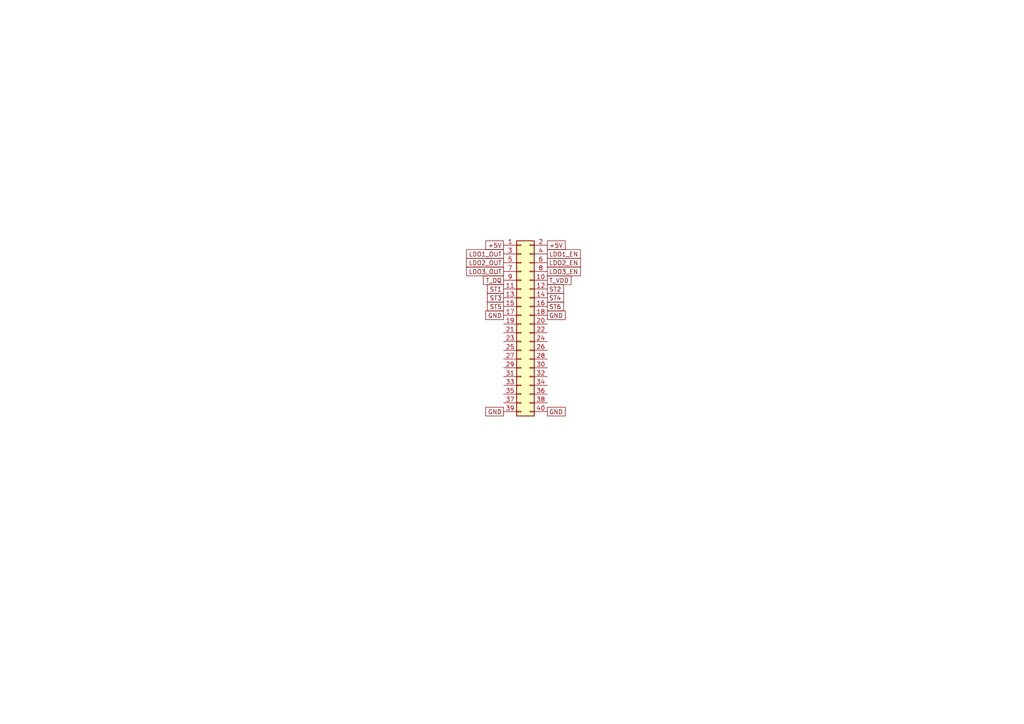
<source format=kicad_sch>
(kicad_sch (version 20250114) (generator "eeschema") (generator_version "9.0")
  (paper "A4")
  (lib_symbols
    (symbol "Connector_Generic:Conn_02x20_Odd_Even" (pin_names (offset 1.016) (hide yes))
      (property "Reference" "J" (at 1.27 25.4 0))
      (property "Value" "Conn_02x20_Odd_Even" (at 1.27 -27.94 0))
      (symbol "Conn_02x20_Odd_Even_1_1"
        (rectangle (start -1.27 24.13) (end 3.81 -26.67) (stroke (width 0.254)) (fill (type background)))
        (rectangle (start -1.27 22.987) (end 0 22.733) (stroke (width 0.1524)))
        (rectangle (start -1.27 20.447) (end 0 20.193) (stroke (width 0.1524)))
        (rectangle (start -1.27 17.907) (end 0 17.653) (stroke (width 0.1524)))
        (rectangle (start -1.27 15.367) (end 0 15.113) (stroke (width 0.1524)))
        (rectangle (start -1.27 12.827) (end 0 12.573) (stroke (width 0.1524)))
        (rectangle (start -1.27 10.287) (end 0 10.033) (stroke (width 0.1524)))
        (rectangle (start -1.27 7.747) (end 0 7.493) (stroke (width 0.1524)))
        (rectangle (start -1.27 5.207) (end 0 4.953) (stroke (width 0.1524)))
        (rectangle (start -1.27 2.667) (end 0 2.413) (stroke (width 0.1524)))
        (rectangle (start -1.27 0.127) (end 0 -0.127) (stroke (width 0.1524)))
        (rectangle (start -1.27 -2.413) (end 0 -2.667) (stroke (width 0.1524)))
        (rectangle (start -1.27 -4.953) (end 0 -5.207) (stroke (width 0.1524)))
        (rectangle (start -1.27 -7.493) (end 0 -7.747) (stroke (width 0.1524)))
        (rectangle (start -1.27 -10.033) (end 0 -10.287) (stroke (width 0.1524)))
        (rectangle (start -1.27 -12.573) (end 0 -12.827) (stroke (width 0.1524)))
        (rectangle (start -1.27 -15.113) (end 0 -15.367) (stroke (width 0.1524)))
        (rectangle (start -1.27 -17.653) (end 0 -17.907) (stroke (width 0.1524)))
        (rectangle (start -1.27 -20.193) (end 0 -20.447) (stroke (width 0.1524)))
        (rectangle (start -1.27 -22.733) (end 0 -22.987) (stroke (width 0.1524)))
        (rectangle (start -1.27 -25.273) (end 0 -25.527) (stroke (width 0.1524)))
        (rectangle (start 3.81 22.987) (end 2.54 22.733) (stroke (width 0.1524)))
        (rectangle (start 3.81 20.447) (end 2.54 20.193) (stroke (width 0.1524)))
        (rectangle (start 3.81 17.907) (end 2.54 17.653) (stroke (width 0.1524)))
        (rectangle (start 3.81 15.367) (end 2.54 15.113) (stroke (width 0.1524)))
        (rectangle (start 3.81 12.827) (end 2.54 12.573) (stroke (width 0.1524)))
        (rectangle (start 3.81 10.287) (end 2.54 10.033) (stroke (width 0.1524)))
        (rectangle (start 3.81 7.747) (end 2.54 7.493) (stroke (width 0.1524)))
        (rectangle (start 3.81 5.207) (end 2.54 4.953) (stroke (width 0.1524)))
        (rectangle (start 3.81 2.667) (end 2.54 2.413) (stroke (width 0.1524)))
        (rectangle (start 3.81 0.127) (end 2.54 -0.127) (stroke (width 0.1524)))
        (rectangle (start 3.81 -2.413) (end 2.54 -2.667) (stroke (width 0.1524)))
        (rectangle (start 3.81 -4.953) (end 2.54 -5.207) (stroke (width 0.1524)))
        (rectangle (start 3.81 -7.493) (end 2.54 -7.747) (stroke (width 0.1524)))
        (rectangle (start 3.81 -10.033) (end 2.54 -10.287) (stroke (width 0.1524)))
        (rectangle (start 3.81 -12.573) (end 2.54 -12.827) (stroke (width 0.1524)))
        (rectangle (start 3.81 -15.113) (end 2.54 -15.367) (stroke (width 0.1524)))
        (rectangle (start 3.81 -17.653) (end 2.54 -17.907) (stroke (width 0.1524)))
        (rectangle (start 3.81 -20.193) (end 2.54 -20.447) (stroke (width 0.1524)))
        (rectangle (start 3.81 -22.733) (end 2.54 -22.987) (stroke (width 0.1524)))
        (rectangle (start 3.81 -25.273) (end 2.54 -25.527) (stroke (width 0.1524)))
        (pin passive line (at -5.08 22.86 0) (length 3.81) (name "Pin_1") (number "1"))
        (pin passive line (at -5.08 20.32 0) (length 3.81) (name "Pin_3") (number "3"))
        (pin passive line (at -5.08 17.78 0) (length 3.81) (name "Pin_5") (number "5"))
        (pin passive line (at -5.08 15.24 0) (length 3.81) (name "Pin_7") (number "7"))
        (pin passive line (at -5.08 12.7 0) (length 3.81) (name "Pin_9") (number "9"))
        (pin passive line (at -5.08 10.16 0) (length 3.81) (name "Pin_11") (number "11"))
        (pin passive line (at -5.08 7.62 0) (length 3.81) (name "Pin_13") (number "13"))
        (pin passive line (at -5.08 5.08 0) (length 3.81) (name "Pin_15") (number "15"))
        (pin passive line (at -5.08 2.54 0) (length 3.81) (name "Pin_17") (number "17"))
        (pin passive line (at -5.08 0 0) (length 3.81) (name "Pin_19") (number "19"))
        (pin passive line (at -5.08 -2.54 0) (length 3.81) (name "Pin_21") (number "21"))
        (pin passive line (at -5.08 -5.08 0) (length 3.81) (name "Pin_23") (number "23"))
        (pin passive line (at -5.08 -7.62 0) (length 3.81) (name "Pin_25") (number "25"))
        (pin passive line (at -5.08 -10.16 0) (length 3.81) (name "Pin_27") (number "27"))
        (pin passive line (at -5.08 -12.7 0) (length 3.81) (name "Pin_29") (number "29"))
        (pin passive line (at -5.08 -15.24 0) (length 3.81) (name "Pin_31") (number "31"))
        (pin passive line (at -5.08 -17.78 0) (length 3.81) (name "Pin_33") (number "33"))
        (pin passive line (at -5.08 -20.32 0) (length 3.81) (name "Pin_35") (number "35"))
        (pin passive line (at -5.08 -22.86 0) (length 3.81) (name "Pin_37") (number "37"))
        (pin passive line (at -5.08 -25.4 0) (length 3.81) (name "Pin_39") (number "39"))
        (pin passive line (at 7.62 22.86 180) (length 3.81) (name "Pin_2") (number "2"))
        (pin passive line (at 7.62 20.32 180) (length 3.81) (name "Pin_4") (number "4"))
        (pin passive line (at 7.62 17.78 180) (length 3.81) (name "Pin_6") (number "6"))
        (pin passive line (at 7.62 15.24 180) (length 3.81) (name "Pin_8") (number "8"))
        (pin passive line (at 7.62 12.7 180) (length 3.81) (name "Pin_10") (number "10"))
        (pin passive line (at 7.62 10.16 180) (length 3.81) (name "Pin_12") (number "12"))
        (pin passive line (at 7.62 7.62 180) (length 3.81) (name "Pin_14") (number "14"))
        (pin passive line (at 7.62 5.08 180) (length 3.81) (name "Pin_16") (number "16"))
        (pin passive line (at 7.62 2.54 180) (length 3.81) (name "Pin_18") (number "18"))
        (pin passive line (at 7.62 0 180) (length 3.81) (name "Pin_20") (number "20"))
        (pin passive line (at 7.62 -2.54 180) (length 3.81) (name "Pin_22") (number "22"))
        (pin passive line (at 7.62 -5.08 180) (length 3.81) (name "Pin_24") (number "24"))
        (pin passive line (at 7.62 -7.62 180) (length 3.81) (name "Pin_26") (number "26"))
        (pin passive line (at 7.62 -10.16 180) (length 3.81) (name "Pin_28") (number "28"))
        (pin passive line (at 7.62 -12.7 180) (length 3.81) (name "Pin_30") (number "30"))
        (pin passive line (at 7.62 -15.24 180) (length 3.81) (name "Pin_32") (number "32"))
        (pin passive line (at 7.62 -17.78 180) (length 3.81) (name "Pin_34") (number "34"))
        (pin passive line (at 7.62 -20.32 180) (length 3.81) (name "Pin_36") (number "36"))
        (pin passive line (at 7.62 -22.86 180) (length 3.81) (name "Pin_38") (number "38"))
        (pin passive line (at 7.62 -25.4 180) (length 3.81) (name "Pin_40") (number "40"))
      )
    )
  )
  (global_label "T_VDD" (shape passive) (at 158.75 81.28 0) (property "Intersheetrefs" "${INTERSHEET_REFS}" (effects (hide yes))))
  (global_label "GND" (shape passive) (at 146.05 91.44 180) (property "Intersheetrefs" "${INTERSHEET_REFS}" (effects (hide yes))))
  (global_label "ST1" (shape passive) (at 146.05 83.82 180) (property "Intersheetrefs" "${INTERSHEET_REFS}" (effects (hide yes))))
  (global_label "T_DQ" (shape passive) (at 146.05 81.28 180) (property "Intersheetrefs" "${INTERSHEET_REFS}" (effects (hide yes))))
  (global_label "LDO1_EN" (shape passive) (at 158.75 73.66 0) (property "Intersheetrefs" "${INTERSHEET_REFS}" (effects (hide yes))))
  (global_label "ST6" (shape passive) (at 158.75 88.9 0) (property "Intersheetrefs" "${INTERSHEET_REFS}" (effects (hide yes))))
  (global_label "LDO3_OUT" (shape passive) (at 146.05 78.74 180) (property "Intersheetrefs" "${INTERSHEET_REFS}" (effects (hide yes))))
  (global_label "ST4" (shape passive) (at 158.75 86.36 0) (property "Intersheetrefs" "${INTERSHEET_REFS}" (effects (hide yes))))
  (global_label "LDO3_EN" (shape passive) (at 158.75 78.74 0) (property "Intersheetrefs" "${INTERSHEET_REFS}" (effects (hide yes))))
  (global_label "ST5" (shape passive) (at 146.05 88.9 180) (property "Intersheetrefs" "${INTERSHEET_REFS}" (effects (hide yes))))
  (global_label "LDO1_OUT" (shape passive) (at 146.05 73.66 180) (property "Intersheetrefs" "${INTERSHEET_REFS}" (effects (hide yes))))
  (global_label "GND" (shape passive) (at 146.05 119.38 180) (property "Intersheetrefs" "${INTERSHEET_REFS}" (effects (hide yes))))
  (global_label "+5V" (shape passive) (at 146.05 71.12 180) (property "Intersheetrefs" "${INTERSHEET_REFS}" (effects (hide yes))))
  (global_label "LDO2_OUT" (shape passive) (at 146.05 76.2 180) (property "Intersheetrefs" "${INTERSHEET_REFS}" (effects (hide yes))))
  (global_label "GND" (shape passive) (at 158.75 91.44 0) (property "Intersheetrefs" "${INTERSHEET_REFS}" (effects (hide yes))))
  (global_label "LDO2_EN" (shape passive) (at 158.75 76.2 0) (property "Intersheetrefs" "${INTERSHEET_REFS}" (effects (hide yes))))
  (global_label "ST3" (shape passive) (at 146.05 86.36 180) (property "Intersheetrefs" "${INTERSHEET_REFS}" (effects (hide yes))))
  (global_label "+5V" (shape passive) (at 158.75 71.12 0) (property "Intersheetrefs" "${INTERSHEET_REFS}" (effects (hide yes))))
  (global_label "GND" (shape passive) (at 158.75 119.38 0) (property "Intersheetrefs" "${INTERSHEET_REFS}" (effects (hide yes))))
  (global_label "ST2" (shape passive) (at 158.75 83.82 0) (property "Intersheetrefs" "${INTERSHEET_REFS}" (effects (hide yes))))
  (symbol (lib_id "Connector_Generic:Conn_02x20_Odd_Even") (at 151.13 93.98 0) (unit 1)
    (property "Reference" "J4" (effects (hide yes)))
    (property "Value" "Conn_02x20_Odd_Even" (effects (hide yes)))
    (property "Description" "Generic connector, double row, 02x20, odd/even pin numbering scheme (row 1 odd numbers, row 2 even numbers), script generated (kicad-library-utils/schlib/autogen/connector/)" (effects (hide yes)))
  )
)
</source>
